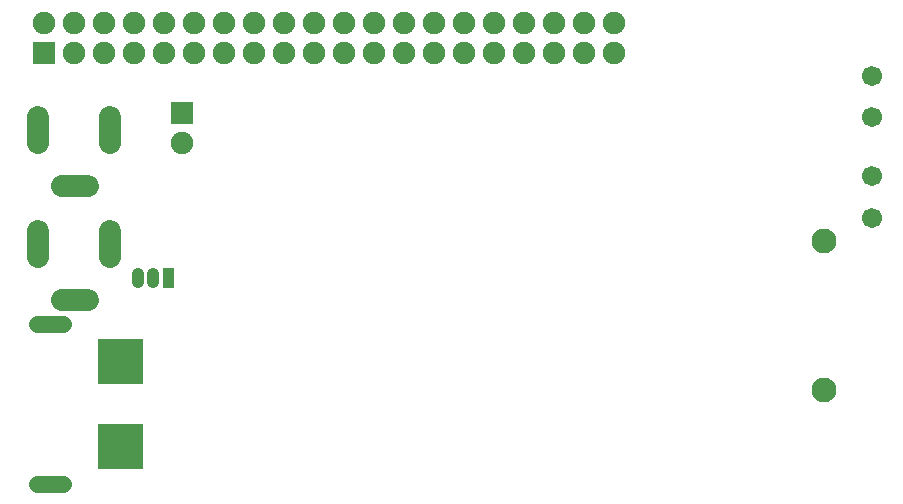
<source format=gbs>
G04 Layer: BottomSolderMaskLayer*
G04 EasyEDA v6.4.19.4, 2021-05-17T11:53:22--6:00*
G04 e5bb7b4e7bdd45059bcec5d89b479325,ecfdb7ac97474c2db5e1325c5a2f7ac0,10*
G04 Gerber Generator version 0.2*
G04 Scale: 100 percent, Rotated: No, Reflected: No *
G04 Dimensions in millimeters *
G04 leading zeros omitted , absolute positions ,4 integer and 5 decimal *
%FSLAX45Y45*%
%MOMM*%

%ADD33C,1.9016*%
%ADD34C,1.4032*%
%ADD35C,1.0016*%
%ADD36C,1.7016*%
%ADD37C,2.1016*%

%LPD*%
D33*
X11421262Y-1073716D02*
G01*
X11421262Y-1293715D01*
X10803763Y-1293715D02*
G01*
X10803763Y-1073716D01*
X11231542Y-1661058D02*
G01*
X11011542Y-1661058D01*
X11421262Y-108516D02*
G01*
X11421262Y-328515D01*
X10803763Y-328515D02*
G01*
X10803763Y-108516D01*
X11231542Y-695858D02*
G01*
X11011542Y-695858D01*
D34*
X10796201Y-3215004D02*
G01*
X11016200Y-3215004D01*
X10796201Y-1864995D02*
G01*
X11016200Y-1864995D01*
D35*
X11658600Y-1508201D02*
G01*
X11658600Y-1438201D01*
X11785600Y-1508201D02*
G01*
X11785600Y-1438201D01*
D36*
G01*
X17868900Y-962405D03*
G01*
X17868900Y-612394D03*
G01*
X17868900Y238505D03*
G01*
X17868900Y-111505D03*
D37*
G01*
X17462500Y-1160703D03*
G01*
X17462500Y-2420696D03*
G36*
X11316208Y-3090163D02*
G01*
X11316208Y-2709926D01*
X11696445Y-2709926D01*
X11696445Y-3090163D01*
G37*
G36*
X11315954Y-2370073D02*
G01*
X11315954Y-1989836D01*
X11696445Y-1989836D01*
X11696445Y-2370073D01*
G37*
G36*
X11931904Y-171195D02*
G01*
X11931904Y18795D01*
X12121895Y18795D01*
X12121895Y-171195D01*
G37*
D33*
G01*
X12026900Y-330200D03*
G36*
X10763504Y336804D02*
G01*
X10763504Y526795D01*
X10953495Y526795D01*
X10953495Y336804D01*
G37*
G01*
X10858500Y685800D03*
G01*
X11112500Y431800D03*
G01*
X11112500Y685800D03*
G01*
X11366500Y431800D03*
G01*
X11366500Y685800D03*
G01*
X11620500Y431800D03*
G01*
X11620500Y685800D03*
G01*
X11874500Y431800D03*
G01*
X11874500Y685800D03*
G01*
X12128500Y431800D03*
G01*
X12128500Y685800D03*
G01*
X12382500Y431800D03*
G01*
X12382500Y685800D03*
G01*
X12636500Y431800D03*
G01*
X12636500Y685800D03*
G01*
X12890500Y431800D03*
G01*
X12890500Y685800D03*
G01*
X13144500Y431800D03*
G01*
X13144500Y685800D03*
G01*
X13398500Y431800D03*
G01*
X13398500Y685800D03*
G01*
X13652500Y431800D03*
G01*
X13652500Y685800D03*
G01*
X13906500Y431800D03*
G01*
X13906500Y685800D03*
G01*
X14160500Y431800D03*
G01*
X14160500Y685800D03*
G01*
X14414500Y431800D03*
G01*
X14414500Y685800D03*
G01*
X14668500Y431800D03*
G01*
X14668500Y685800D03*
G01*
X14922500Y431800D03*
G01*
X14922500Y685800D03*
G01*
X15176500Y431800D03*
G01*
X15176500Y685800D03*
G01*
X15430500Y431800D03*
G01*
X15430500Y685800D03*
G01*
X15684500Y431800D03*
G01*
X15684500Y685800D03*
G36*
X11862561Y-1558289D02*
G01*
X11862561Y-1388110D01*
X11962638Y-1388110D01*
X11962638Y-1558289D01*
G37*
M02*

</source>
